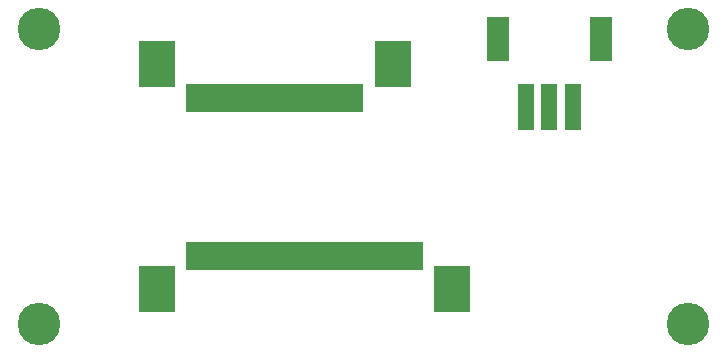
<source format=gbr>
G04 #@! TF.FileFunction,Soldermask,Top*
%FSLAX46Y46*%
G04 Gerber Fmt 4.6, Leading zero omitted, Abs format (unit mm)*
G04 Created by KiCad (PCBNEW 4.0.6) date 05/07/18 15:35:04*
%MOMM*%
%LPD*%
G01*
G04 APERTURE LIST*
%ADD10C,0.100000*%
%ADD11R,1.010000X2.400000*%
%ADD12R,3.080000X4.000000*%
%ADD13R,1.400000X3.900000*%
%ADD14R,1.900000X3.800000*%
%ADD15C,3.600000*%
G04 APERTURE END LIST*
D10*
D11*
X132000000Y-110800000D03*
X131000000Y-110800000D03*
X130000000Y-110800000D03*
X129000000Y-110800000D03*
X128000000Y-110800000D03*
X127000000Y-110800000D03*
X126000000Y-110800000D03*
X125000000Y-110800000D03*
X124000000Y-110800000D03*
X123000000Y-110800000D03*
X122000000Y-110800000D03*
X121000000Y-110800000D03*
X120000000Y-110800000D03*
X119000000Y-110800000D03*
X118000000Y-110800000D03*
D12*
X134990000Y-108000000D03*
X115010000Y-108000000D03*
D13*
X150250000Y-111625000D03*
X148250000Y-111625000D03*
X146250000Y-111625000D03*
D14*
X152600000Y-105875000D03*
X143900000Y-105875000D03*
D11*
X118000000Y-124200000D03*
X119000000Y-124200000D03*
X120000000Y-124200000D03*
X121000000Y-124200000D03*
X122000000Y-124200000D03*
X123000000Y-124200000D03*
X124000000Y-124200000D03*
X125000000Y-124200000D03*
X126000000Y-124200000D03*
X127000000Y-124200000D03*
X128000000Y-124200000D03*
X129000000Y-124200000D03*
X130000000Y-124200000D03*
X131000000Y-124200000D03*
X132000000Y-124200000D03*
X133000000Y-124200000D03*
X134000000Y-124200000D03*
X135000000Y-124200000D03*
X136000000Y-124200000D03*
X137000000Y-124200000D03*
D12*
X115010000Y-127000000D03*
X139990000Y-127000000D03*
D15*
X105000000Y-105000000D03*
X105000000Y-130000000D03*
X160000000Y-130000000D03*
X160000000Y-105000000D03*
M02*

</source>
